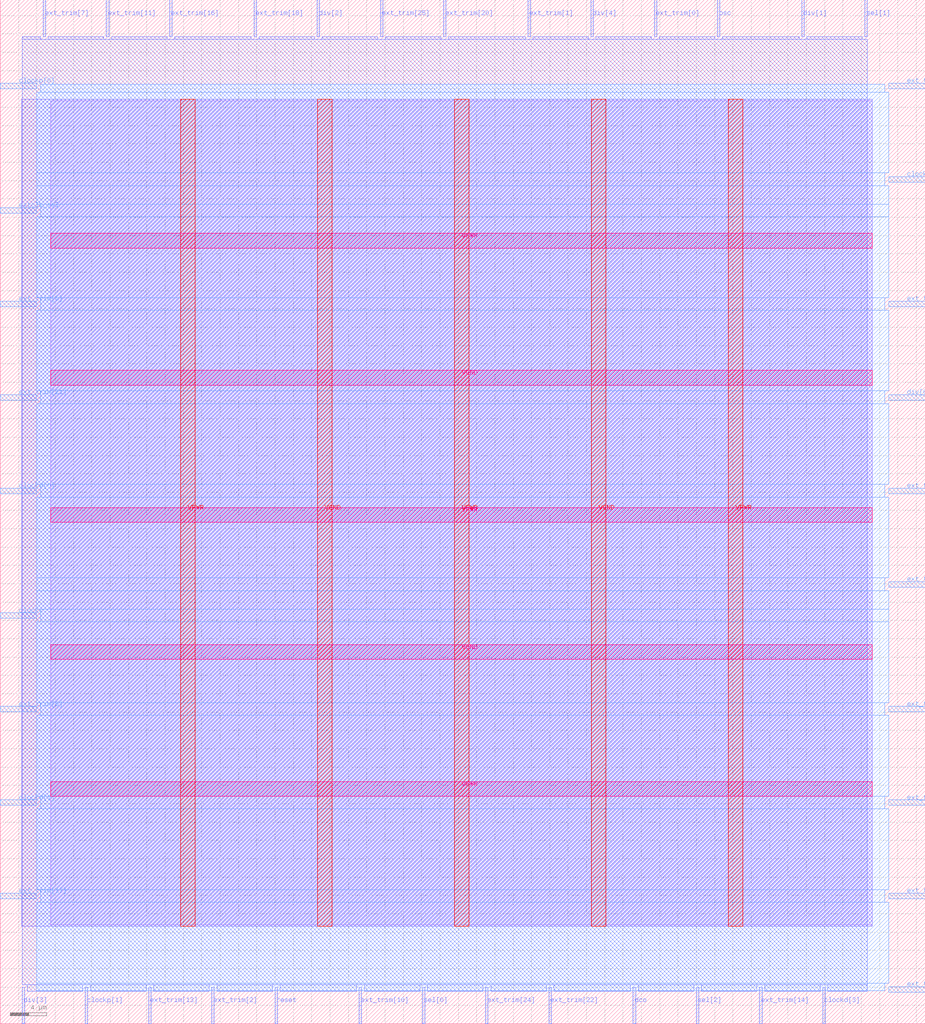
<source format=lef>
VERSION 5.7 ;
  NOWIREEXTENSIONATPIN ON ;
  DIVIDERCHAR "/" ;
  BUSBITCHARS "[]" ;
MACRO digital_pll
  CLASS BLOCK ;
  FOREIGN digital_pll ;
  ORIGIN 0.000 0.000 ;
  SIZE 100.980 BY 111.700 ;
  PIN clockc
    DIRECTION OUTPUT TRISTATE ;
    USE SIGNAL ;
    PORT
      LAYER met3 ;
        RECT 0.000 44.240 4.000 44.840 ;
    END
  END clockc
  PIN clockd[0]
    DIRECTION OUTPUT TRISTATE ;
    USE SIGNAL ;
    PORT
      LAYER met3 ;
        RECT 0.000 57.840 4.000 58.440 ;
    END
  END clockd[0]
  PIN clockd[1]
    DIRECTION OUTPUT TRISTATE ;
    USE SIGNAL ;
    PORT
      LAYER met3 ;
        RECT 0.000 23.840 4.000 24.440 ;
    END
  END clockd[1]
  PIN clockd[2]
    DIRECTION OUTPUT TRISTATE ;
    USE SIGNAL ;
    PORT
      LAYER met3 ;
        RECT 96.980 91.840 100.980 92.440 ;
    END
  END clockd[2]
  PIN clockd[3]
    DIRECTION OUTPUT TRISTATE ;
    USE SIGNAL ;
    PORT
      LAYER met2 ;
        RECT 89.790 0.000 90.070 4.000 ;
    END
  END clockd[3]
  PIN clockp[0]
    DIRECTION OUTPUT TRISTATE ;
    USE SIGNAL ;
    PORT
      LAYER met3 ;
        RECT 0.000 102.040 4.000 102.640 ;
    END
  END clockp[0]
  PIN clockp[1]
    DIRECTION OUTPUT TRISTATE ;
    USE SIGNAL ;
    PORT
      LAYER met2 ;
        RECT 9.290 0.000 9.570 4.000 ;
    END
  END clockp[1]
  PIN dco
    DIRECTION INPUT ;
    USE SIGNAL ;
    PORT
      LAYER met2 ;
        RECT 69.090 0.000 69.370 4.000 ;
    END
  END dco
  PIN div[0]
    DIRECTION INPUT ;
    USE SIGNAL ;
    PORT
      LAYER met3 ;
        RECT 96.980 68.040 100.980 68.640 ;
    END
  END div[0]
  PIN div[1]
    DIRECTION INPUT ;
    USE SIGNAL ;
    PORT
      LAYER met2 ;
        RECT 87.490 107.700 87.770 111.700 ;
    END
  END div[1]
  PIN div[2]
    DIRECTION INPUT ;
    USE SIGNAL ;
    PORT
      LAYER met2 ;
        RECT 34.590 107.700 34.870 111.700 ;
    END
  END div[2]
  PIN div[3]
    DIRECTION INPUT ;
    USE SIGNAL ;
    PORT
      LAYER met2 ;
        RECT 2.390 0.000 2.670 4.000 ;
    END
  END div[3]
  PIN div[4]
    DIRECTION INPUT ;
    USE SIGNAL ;
    PORT
      LAYER met2 ;
        RECT 64.490 107.700 64.770 111.700 ;
    END
  END div[4]
  PIN ext_trim[0]
    DIRECTION INPUT ;
    USE SIGNAL ;
    PORT
      LAYER met2 ;
        RECT 71.390 107.700 71.670 111.700 ;
    END
  END ext_trim[0]
  PIN ext_trim[10]
    DIRECTION INPUT ;
    USE SIGNAL ;
    PORT
      LAYER met2 ;
        RECT 39.190 0.000 39.470 4.000 ;
    END
  END ext_trim[10]
  PIN ext_trim[11]
    DIRECTION INPUT ;
    USE SIGNAL ;
    PORT
      LAYER met2 ;
        RECT 11.590 107.700 11.870 111.700 ;
    END
  END ext_trim[11]
  PIN ext_trim[12]
    DIRECTION INPUT ;
    USE SIGNAL ;
    PORT
      LAYER met3 ;
        RECT 96.980 23.840 100.980 24.440 ;
    END
  END ext_trim[12]
  PIN ext_trim[13]
    DIRECTION INPUT ;
    USE SIGNAL ;
    PORT
      LAYER met2 ;
        RECT 16.190 0.000 16.470 4.000 ;
    END
  END ext_trim[13]
  PIN ext_trim[14]
    DIRECTION INPUT ;
    USE SIGNAL ;
    PORT
      LAYER met2 ;
        RECT 82.890 0.000 83.170 4.000 ;
    END
  END ext_trim[14]
  PIN ext_trim[15]
    DIRECTION INPUT ;
    USE SIGNAL ;
    PORT
      LAYER met3 ;
        RECT 96.980 78.240 100.980 78.840 ;
    END
  END ext_trim[15]
  PIN ext_trim[16]
    DIRECTION INPUT ;
    USE SIGNAL ;
    PORT
      LAYER met2 ;
        RECT 18.490 107.700 18.770 111.700 ;
    END
  END ext_trim[16]
  PIN ext_trim[17]
    DIRECTION INPUT ;
    USE SIGNAL ;
    PORT
      LAYER met3 ;
        RECT 0.000 13.640 4.000 14.240 ;
    END
  END ext_trim[17]
  PIN ext_trim[18]
    DIRECTION INPUT ;
    USE SIGNAL ;
    PORT
      LAYER met2 ;
        RECT 27.690 107.700 27.970 111.700 ;
    END
  END ext_trim[18]
  PIN ext_trim[19]
    DIRECTION INPUT ;
    USE SIGNAL ;
    PORT
      LAYER met3 ;
        RECT 96.980 47.640 100.980 48.240 ;
    END
  END ext_trim[19]
  PIN ext_trim[1]
    DIRECTION INPUT ;
    USE SIGNAL ;
    PORT
      LAYER met2 ;
        RECT 57.590 107.700 57.870 111.700 ;
    END
  END ext_trim[1]
  PIN ext_trim[20]
    DIRECTION INPUT ;
    USE SIGNAL ;
    PORT
      LAYER met2 ;
        RECT 48.390 107.700 48.670 111.700 ;
    END
  END ext_trim[20]
  PIN ext_trim[21]
    DIRECTION INPUT ;
    USE SIGNAL ;
    PORT
      LAYER met3 ;
        RECT 0.000 68.040 4.000 68.640 ;
    END
  END ext_trim[21]
  PIN ext_trim[22]
    DIRECTION INPUT ;
    USE SIGNAL ;
    PORT
      LAYER met2 ;
        RECT 59.890 0.000 60.170 4.000 ;
    END
  END ext_trim[22]
  PIN ext_trim[23]
    DIRECTION INPUT ;
    USE SIGNAL ;
    PORT
      LAYER met3 ;
        RECT 96.980 102.040 100.980 102.640 ;
    END
  END ext_trim[23]
  PIN ext_trim[24]
    DIRECTION INPUT ;
    USE SIGNAL ;
    PORT
      LAYER met2 ;
        RECT 52.990 0.000 53.270 4.000 ;
    END
  END ext_trim[24]
  PIN ext_trim[25]
    DIRECTION INPUT ;
    USE SIGNAL ;
    PORT
      LAYER met2 ;
        RECT 41.490 107.700 41.770 111.700 ;
    END
  END ext_trim[25]
  PIN ext_trim[2]
    DIRECTION INPUT ;
    USE SIGNAL ;
    PORT
      LAYER met2 ;
        RECT 23.090 0.000 23.370 4.000 ;
    END
  END ext_trim[2]
  PIN ext_trim[3]
    DIRECTION INPUT ;
    USE SIGNAL ;
    PORT
      LAYER met3 ;
        RECT 96.980 34.040 100.980 34.640 ;
    END
  END ext_trim[3]
  PIN ext_trim[4]
    DIRECTION INPUT ;
    USE SIGNAL ;
    PORT
      LAYER met3 ;
        RECT 96.980 3.440 100.980 4.040 ;
    END
  END ext_trim[4]
  PIN ext_trim[5]
    DIRECTION INPUT ;
    USE SIGNAL ;
    PORT
      LAYER met3 ;
        RECT 96.980 57.840 100.980 58.440 ;
    END
  END ext_trim[5]
  PIN ext_trim[6]
    DIRECTION INPUT ;
    USE SIGNAL ;
    PORT
      LAYER met3 ;
        RECT 0.000 78.240 4.000 78.840 ;
    END
  END ext_trim[6]
  PIN ext_trim[7]
    DIRECTION INPUT ;
    USE SIGNAL ;
    PORT
      LAYER met2 ;
        RECT 4.690 107.700 4.970 111.700 ;
    END
  END ext_trim[7]
  PIN ext_trim[8]
    DIRECTION INPUT ;
    USE SIGNAL ;
    PORT
      LAYER met3 ;
        RECT 0.000 34.040 4.000 34.640 ;
    END
  END ext_trim[8]
  PIN ext_trim[9]
    DIRECTION INPUT ;
    USE SIGNAL ;
    PORT
      LAYER met3 ;
        RECT 96.980 13.640 100.980 14.240 ;
    END
  END ext_trim[9]
  PIN extclk_sel
    DIRECTION INPUT ;
    USE SIGNAL ;
    PORT
      LAYER met3 ;
        RECT 0.000 88.440 4.000 89.040 ;
    END
  END extclk_sel
  PIN osc
    DIRECTION INPUT ;
    USE SIGNAL ;
    PORT
      LAYER met2 ;
        RECT 78.290 107.700 78.570 111.700 ;
    END
  END osc
  PIN reset
    DIRECTION INPUT ;
    USE SIGNAL ;
    PORT
      LAYER met2 ;
        RECT 29.990 0.000 30.270 4.000 ;
    END
  END reset
  PIN sel[0]
    DIRECTION INPUT ;
    USE SIGNAL ;
    PORT
      LAYER met2 ;
        RECT 46.090 0.000 46.370 4.000 ;
    END
  END sel[0]
  PIN sel[1]
    DIRECTION INPUT ;
    USE SIGNAL ;
    PORT
      LAYER met2 ;
        RECT 94.390 107.700 94.670 111.700 ;
    END
  END sel[1]
  PIN sel[2]
    DIRECTION INPUT ;
    USE SIGNAL ;
    PORT
      LAYER met2 ;
        RECT 75.990 0.000 76.270 4.000 ;
    END
  END sel[2]
  PIN VPWR
    DIRECTION INOUT ;
    USE POWER ;
    PORT
      LAYER met4 ;
        RECT 79.470 10.640 81.070 100.880 ;
    END
  END VPWR
  PIN VPWR
    DIRECTION INOUT ;
    USE POWER ;
    PORT
      LAYER met4 ;
        RECT 49.570 10.640 51.170 100.880 ;
    END
  END VPWR
  PIN VPWR
    DIRECTION INOUT ;
    USE POWER ;
    PORT
      LAYER met4 ;
        RECT 19.670 10.640 21.270 100.880 ;
    END
  END VPWR
  PIN VPWR
    DIRECTION INOUT ;
    USE POWER ;
    PORT
      LAYER met5 ;
        RECT 5.520 84.640 95.220 86.240 ;
    END
  END VPWR
  PIN VPWR
    DIRECTION INOUT ;
    USE POWER ;
    PORT
      LAYER met5 ;
        RECT 5.520 54.720 95.220 56.320 ;
    END
  END VPWR
  PIN VPWR
    DIRECTION INOUT ;
    USE POWER ;
    PORT
      LAYER met5 ;
        RECT 5.520 24.800 95.220 26.400 ;
    END
  END VPWR
  PIN VGND
    DIRECTION INOUT ;
    USE GROUND ;
    PORT
      LAYER met4 ;
        RECT 64.520 10.640 66.120 100.880 ;
    END
  END VGND
  PIN VGND
    DIRECTION INOUT ;
    USE GROUND ;
    PORT
      LAYER met4 ;
        RECT 34.620 10.640 36.220 100.880 ;
    END
  END VGND
  PIN VGND
    DIRECTION INOUT ;
    USE GROUND ;
    PORT
      LAYER met5 ;
        RECT 5.520 69.680 95.220 71.280 ;
    END
  END VGND
  PIN VGND
    DIRECTION INOUT ;
    USE GROUND ;
    PORT
      LAYER met5 ;
        RECT 5.520 39.760 95.220 41.360 ;
    END
  END VGND
  OBS
      LAYER li1 ;
        RECT 5.520 10.795 95.220 100.725 ;
      LAYER met1 ;
        RECT 2.370 10.640 95.220 100.880 ;
      LAYER met2 ;
        RECT 2.400 107.420 4.410 107.700 ;
        RECT 5.250 107.420 11.310 107.700 ;
        RECT 12.150 107.420 18.210 107.700 ;
        RECT 19.050 107.420 27.410 107.700 ;
        RECT 28.250 107.420 34.310 107.700 ;
        RECT 35.150 107.420 41.210 107.700 ;
        RECT 42.050 107.420 48.110 107.700 ;
        RECT 48.950 107.420 57.310 107.700 ;
        RECT 58.150 107.420 64.210 107.700 ;
        RECT 65.050 107.420 71.110 107.700 ;
        RECT 71.950 107.420 78.010 107.700 ;
        RECT 78.850 107.420 87.210 107.700 ;
        RECT 88.050 107.420 94.110 107.700 ;
        RECT 2.400 4.280 94.660 107.420 ;
        RECT 2.950 3.555 9.010 4.280 ;
        RECT 9.850 3.555 15.910 4.280 ;
        RECT 16.750 3.555 22.810 4.280 ;
        RECT 23.650 3.555 29.710 4.280 ;
        RECT 30.550 3.555 38.910 4.280 ;
        RECT 39.750 3.555 45.810 4.280 ;
        RECT 46.650 3.555 52.710 4.280 ;
        RECT 53.550 3.555 59.610 4.280 ;
        RECT 60.450 3.555 68.810 4.280 ;
        RECT 69.650 3.555 75.710 4.280 ;
        RECT 76.550 3.555 82.610 4.280 ;
        RECT 83.450 3.555 89.510 4.280 ;
        RECT 90.350 3.555 94.660 4.280 ;
      LAYER met3 ;
        RECT 4.400 101.640 96.580 102.505 ;
        RECT 4.000 92.840 96.980 101.640 ;
        RECT 4.000 91.440 96.580 92.840 ;
        RECT 4.000 89.440 96.980 91.440 ;
        RECT 4.400 88.040 96.980 89.440 ;
        RECT 4.000 79.240 96.980 88.040 ;
        RECT 4.400 77.840 96.580 79.240 ;
        RECT 4.000 69.040 96.980 77.840 ;
        RECT 4.400 67.640 96.580 69.040 ;
        RECT 4.000 58.840 96.980 67.640 ;
        RECT 4.400 57.440 96.580 58.840 ;
        RECT 4.000 48.640 96.980 57.440 ;
        RECT 4.000 47.240 96.580 48.640 ;
        RECT 4.000 45.240 96.980 47.240 ;
        RECT 4.400 43.840 96.980 45.240 ;
        RECT 4.000 35.040 96.980 43.840 ;
        RECT 4.400 33.640 96.580 35.040 ;
        RECT 4.000 24.840 96.980 33.640 ;
        RECT 4.400 23.440 96.580 24.840 ;
        RECT 4.000 14.640 96.980 23.440 ;
        RECT 4.400 13.240 96.580 14.640 ;
        RECT 4.000 4.440 96.980 13.240 ;
        RECT 4.000 3.575 96.580 4.440 ;
  END
END digital_pll
END LIBRARY


</source>
